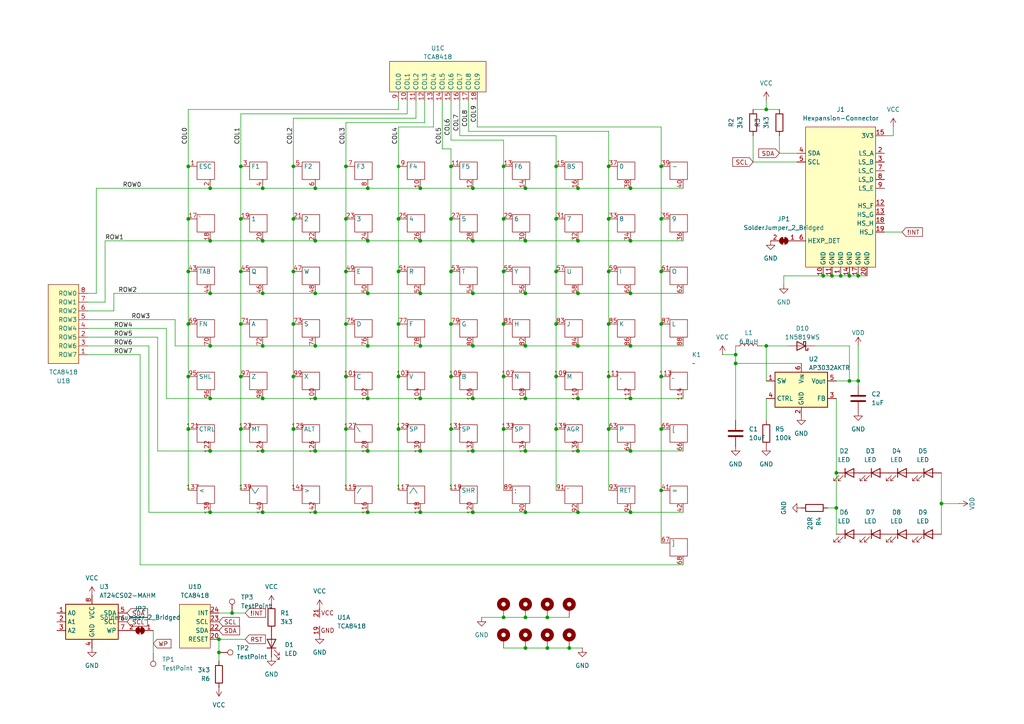
<source format=kicad_sch>
(kicad_sch (version 20250114) (generator "eeschema") (generator_version "9.0")
  (paper "A4")
  (lib_symbols
    (symbol "Connector:TestPoint" (pin_numbers (hide yes)) (pin_names (offset 0.762) (hide yes))
      (property "Reference" "TP" (at 0 6.858 0))
      (property "Value" "TestPoint" (at 0 5.08 0))
      (symbol "TestPoint_1_1"
        (pin passive line (at 0 0 90) (length 2.54) (name "1") (number "1"))
      )
    )
    (symbol "Device:C" (pin_numbers (hide yes)) (pin_names (offset 0.254))
      (property "Reference" "C" (at 0.635 2.54 0))
      (property "Value" "C" (at 0.635 -2.54 0))
      (symbol "C_1_1"
        (pin passive line (at 0 3.81 270) (length 2.794) (name "~") (number "1"))
        (pin passive line (at 0 -3.81 90) (length 2.794) (name "~") (number "2"))
      )
    )
    (symbol "Device:L" (pin_numbers (hide yes)) (pin_names (offset 1.016) (hide yes))
      (property "Reference" "L" (at -1.27 0 90))
      (property "Value" "L" (at 1.905 0 90))
      (symbol "L_1_1"
        (pin passive line (at 0 3.81 270) (length 1.27) (name "1") (number "1"))
        (pin passive line (at 0 -3.81 90) (length 1.27) (name "2") (number "2"))
      )
    )
    (symbol "Device:LED" (pin_numbers (hide yes)) (pin_names (offset 1.016) (hide yes))
      (property "Reference" "D" (at 0 2.54 0))
      (property "Value" "LED" (at 0 -2.54 0))
      (symbol "LED_1_1"
        (pin passive line (at -3.81 0 0) (length 2.54) (name "K") (number "1"))
        (pin passive line (at 3.81 0 180) (length 2.54) (name "A") (number "2"))
      )
    )
    (symbol "Device:R" (pin_numbers (hide yes)) (pin_names (offset 0))
      (property "Reference" "R" (at 2.032 0 90))
      (property "Value" "R" (at 0 0 90))
      (symbol "R_1_1"
        (pin passive line (at 0 3.81 270) (length 1.27) (name "~") (number "1"))
        (pin passive line (at 0 -3.81 90) (length 1.27) (name "~") (number "2"))
      )
    )
    (symbol "Diode:1N5819WS" (pin_numbers (hide yes)) (pin_names (offset 1.016) (hide yes))
      (property "Reference" "D" (at 0 2.54 0))
      (property "Value" "1N5819WS" (at 0 -2.54 0))
      (symbol "1N5819WS_1_1"
        (pin passive line (at -3.81 0 0) (length 2.54) (name "K") (number "1"))
        (pin passive line (at 3.81 0 180) (length 2.54) (name "A") (number "2"))
      )
    )
    (symbol "Driver_LED:AP3019AKTR"
      (property "Reference" "U" (at -7.62 6.35 0))
      (property "Value" "AP3019AKTR" (at 1.27 6.35 0))
      (symbol "AP3019AKTR_1_1"
        (pin input line (at -10.16 2.54 0) (length 2.54) (name "SW") (number "1"))
        (pin input line (at -10.16 -2.54 0) (length 2.54) (name "CTRL") (number "4"))
        (pin power_in line (at 0 7.62 270) (length 2.54) (name "V_{IN}") (number "6"))
        (pin power_in line (at 0 -7.62 90) (length 2.54) (name "GND") (number "2"))
        (pin power_out line (at 10.16 2.54 180) (length 2.54) (name "V_{OUT}") (number "5"))
        (pin input line (at 10.16 -2.54 180) (length 2.54) (name "FB") (number "3"))
      )
    )
    (symbol "Jumper:SolderJumper_2_Bridged" (pin_names (offset 0) (hide yes))
      (property "Reference" "JP" (at 0 2.032 0))
      (property "Value" "SolderJumper_2_Bridged" (at 0 -2.54 0))
      (symbol "SolderJumper_2_Bridged_1_1"
        (pin passive line (at -3.81 0 0) (length 2.54) (name "A") (number "1"))
        (pin passive line (at 3.81 0 180) (length 2.54) (name "B") (number "2"))
      )
    )
    (symbol "LED_1" (pin_numbers (hide yes)) (pin_names (offset 1.016) (hide yes))
      (property "Reference" "D" (at 0 2.54 0))
      (property "Value" "LED" (at 0 -2.54 0))
      (symbol "LED_1_1_1"
        (pin passive line (at -3.81 0 0) (length 2.54) (name "K") (number "1"))
        (pin passive line (at 3.81 0 180) (length 2.54) (name "A") (number "2"))
      )
    )
    (symbol "Mechanical:MountingHole_Pad" (pin_numbers (hide yes)) (pin_names (offset 1.016) (hide yes))
      (property "Reference" "H" (at 0 6.35 0))
      (property "Value" "MountingHole_Pad" (at 0 4.445 0))
      (symbol "MountingHole_Pad_1_1"
        (pin input line (at 0 -2.54 90) (length 2.54) (name "1") (number "1"))
      )
    )
    (symbol "Memory_EEPROM:AT24CS02-MAHM"
      (property "Reference" "U" (at -7.62 6.35 0))
      (property "Value" "AT24CS02-MAHM" (at 2.54 -6.35 0))
      (symbol "AT24CS02-MAHM_1_1"
        (pin input line (at -10.16 2.54 0) (length 2.54) (name "A0") (number "1"))
        (pin input line (at -10.16 0 0) (length 2.54) (name "A1") (number "2"))
        (pin input line (at -10.16 -2.54 0) (length 2.54) (name "A2") (number "3"))
        (pin power_in line (at 0 7.62 270) (length 2.54) (name "VCC") (number "8"))
        (pin power_in line (at 0 -7.62 90) (length 2.54) (name "GND") (number "4"))
        (pin passive line (at 0 -7.62 90) (length 2.54) (hide yes) (name "GND") (number "9"))
        (pin bidirectional line (at 10.16 2.54 180) (length 2.54) (name "SDA") (number "5"))
        (pin input line (at 10.16 0 180) (length 2.54) (name "SCL") (number "6"))
        (pin input line (at 10.16 -2.54 180) (length 2.54) (name "WP") (number "7"))
      )
    )
    (symbol "keyboard:keyboard"
      (property "Reference" "U" (at 2.54 5.08 0))
      (symbol "keyboard_1_1"
        (pin passive line (at -5.08 1.27 0) (length 2.54) (name "ESC") (number "1"))
        (pin passive line (at -5.08 -13.97 0) (length 2.54) (name "`") (number "17"))
        (pin passive line (at -5.08 -29.21 0) (length 2.54) (name "TAB") (number "43"))
        (pin passive line (at -5.08 -44.45 0) (length 2.54) (name "FN") (number "69"))
        (pin passive line (at -5.08 -59.69 0) (length 2.54) (name "SHL") (number "95"))
        (pin passive line (at -5.08 -74.93 0) (length 2.54) (name "CTRL") (number "121"))
        (pin passive line (at -5.08 -92.71 0) (length 2.54) (name "<") (number "137"))
        (pin passive line (at 1.27 -5.08 90) (length 2.54) (name "") (number "2"))
        (pin passive line (at 1.27 -20.32 90) (length 2.54) (name "") (number "18"))
        (pin passive line (at 1.27 -35.56 90) (length 2.54) (name "") (number "44"))
        (pin passive line (at 1.27 -50.8 90) (length 2.54) (name "") (number "70"))
        (pin passive line (at 1.27 -66.04 90) (length 2.54) (name "") (number "96"))
        (pin passive line (at 1.27 -81.28 90) (length 2.54) (name "") (number "122"))
        (pin passive line (at 1.27 -99.06 90) (length 2.54) (name "") (number "138"))
        (pin passive line (at 10.16 1.27 0) (length 2.54) (name "F1") (number "3"))
        (pin passive line (at 10.16 -13.97 0) (length 2.54) (name "1") (number "19"))
        (pin passive line (at 10.16 -29.21 0) (length 2.54) (name "Q") (number "45"))
        (pin passive line (at 10.16 -44.45 0) (length 2.54) (name "A") (number "71"))
        (pin passive line (at 10.16 -59.69 0) (length 2.54) (name "Z") (number "97"))
        (pin passive line (at 10.16 -74.93 0) (length 2.54) (name "MT") (number "123"))
        (pin passive line (at 10.16 -92.71 0) (length 2.54) (name "\\/") (number "139"))
        (pin passive line (at 16.51 -5.08 90) (length 2.54) (name "") (number "4"))
        (pin passive line (at 16.51 -20.32 90) (length 2.54) (name "") (number "20"))
        (pin passive line (at 16.51 -35.56 90) (length 2.54) (name "") (number "46"))
        (pin passive line (at 16.51 -50.8 90) (length 2.54) (name "") (number "72"))
        (pin passive line (at 16.51 -66.04 90) (length 2.54) (name "") (number "98"))
        (pin passive line (at 16.51 -81.28 90) (length 2.54) (name "") (number "124"))
        (pin passive line (at 16.51 -99.06 90) (length 2.54) (name "") (number "140"))
        (pin passive line (at 25.4 1.27 0) (length 2.54) (name "F2") (number "5"))
        (pin passive line (at 25.4 -13.97 0) (length 2.54) (name "2") (number "21"))
        (pin passive line (at 25.4 -29.21 0) (length 2.54) (name "W") (number "47"))
        (pin passive line (at 25.4 -44.45 0) (length 2.54) (name "S") (number "73"))
        (pin passive line (at 25.4 -59.69 0) (length 2.54) (name "X") (number "99"))
        (pin passive line (at 25.4 -74.93 0) (length 2.54) (name "ALT") (number "125"))
        (pin passive line (at 25.4 -92.71 0) (length 2.54) (name ">") (number "141"))
        (pin passive line (at 31.75 -5.08 90) (length 2.54) (name "") (number "6"))
        (pin passive line (at 31.75 -20.32 90) (length 2.54) (name "") (number "22"))
        (pin passive line (at 31.75 -35.56 90) (length 2.54) (name "") (number "48"))
        (pin passive line (at 31.75 -50.8 90) (length 2.54) (name "") (number "74"))
        (pin passive line (at 31.75 -66.04 90) (length 2.54) (name "") (number "100"))
        (pin passive line (at 31.75 -81.28 90) (length 2.54) (name "") (number "126"))
        (pin passive line (at 31.75 -99.06 90) (length 2.54) (name "") (number "142"))
        (pin passive line (at 40.64 1.27 0) (length 2.54) (name "F3") (number "7"))
        (pin passive line (at 40.64 -13.97 0) (length 2.54) (name "3") (number "23"))
        (pin passive line (at 40.64 -29.21 0) (length 2.54) (name "E") (number "49"))
        (pin passive line (at 40.64 -44.45 0) (length 2.54) (name "D") (number "75"))
        (pin passive line (at 40.64 -59.69 0) (length 2.54) (name "C") (number "101"))
        (pin passive line (at 40.64 -74.93 0) (length 2.54) (name "\\") (number "127"))
        (pin passive line (at 40.64 -92.71 0) (length 2.54) (name "/") (number "115"))
        (pin passive line (at 46.99 -5.08 90) (length 2.54) (name "") (number "8"))
        (pin passive line (at 46.99 -20.32 90) (length 2.54) (name "") (number "24"))
        (pin passive line (at 46.99 -35.56 90) (length 2.54) (name "") (number "50"))
        (pin passive line (at 46.99 -50.8 90) (length 2.54) (name "") (number "76"))
        (pin passive line (at 46.99 -66.04 90) (length 2.54) (name "") (number "102"))
        (pin passive line (at 46.99 -81.28 90) (length 2.54) (name "") (number "128"))
        (pin passive line (at 46.99 -99.06 90) (length 2.54) (name "") (number "116"))
        (pin passive line (at 55.88 1.27 0) (length 2.54) (name "F4") (number "9"))
        (pin passive line (at 55.88 -13.97 0) (length 2.54) (name "4") (number "25"))
        (pin passive line (at 55.88 -29.21 0) (length 2.54) (name "R") (number "51"))
        (pin passive line (at 55.88 -44.45 0) (length 2.54) (name "F") (number "77"))
        (pin passive line (at 55.88 -59.69 0) (length 2.54) (name "V") (number "103"))
        (pin passive line (at 55.88 -74.93 0) (length 2.54) (name "SP") (number "129"))
        (pin passive line (at 55.88 -92.71 0) (length 2.54) (name "/\\") (number "117"))
        (pin passive line (at 62.23 -5.08 90) (length 2.54) (name "") (number "10"))
        (pin passive line (at 62.23 -20.32 90) (length 2.54) (name "") (number "26"))
        (pin passive line (at 62.23 -35.56 90) (length 2.54) (name "") (number "52"))
        (pin passive line (at 62.23 -50.8 90) (length 2.54) (name "") (number "78"))
        (pin passive line (at 62.23 -66.04 90) (length 2.54) (name "") (number "104"))
        (pin passive line (at 62.23 -81.28 90) (length 2.54) (name "") (number "130"))
        (pin passive line (at 62.23 -99.06 90) (length 2.54) (name "") (number "118"))
        (pin passive line (at 71.12 1.27 0) (length 2.54) (name "F5") (number "11"))
        (pin passive line (at 71.12 -13.97 0) (length 2.54) (name "5") (number "27"))
        (pin passive line (at 71.12 -29.21 0) (length 2.54) (name "T") (number "53"))
        (pin passive line (at 71.12 -44.45 0) (length 2.54) (name "G") (number "79"))
        (pin tri_state line (at 71.12 -59.69 0) (length 2.54) (name "B") (number "105"))
        (pin passive line (at 71.12 -74.93 0) (length 2.54) (name "SP") (number "131"))
        (pin passive line (at 71.12 -92.71 0) (length 2.54) (name "SHR") (number "119"))
        (pin passive line (at 77.47 -5.08 90) (length 2.54) (name "") (number "12"))
        (pin passive line (at 77.47 -20.32 90) (length 2.54) (name "") (number "28"))
        (pin passive line (at 77.47 -35.56 90) (length 2.54) (name "") (number "54"))
        (pin passive line (at 77.47 -50.8 90) (length 2.54) (name "") (number "80"))
        (pin passive line (at 77.47 -66.04 90) (length 2.54) (name "") (number "106"))
        (pin passive line (at 77.47 -81.28 90) (length 2.54) (name "") (number "132"))
        (pin passive line (at 77.47 -99.06 90) (length 2.54) (name "") (number "120"))
        (pin passive line (at 86.36 1.27 0) (length 2.54) (name "F6") (number "13"))
        (pin passive line (at 86.36 -13.97 0) (length 2.54) (name "6") (number "29"))
        (pin passive line (at 86.36 -29.21 0) (length 2.54) (name "Y") (number "55"))
        (pin passive line (at 86.36 -44.45 0) (length 2.54) (name "H") (number "81"))
        (pin passive line (at 86.36 -59.69 0) (length 2.54) (name "N") (number "107"))
        (pin passive line (at 86.36 -74.93 0) (length 2.54) (name "SP") (number "133"))
        (pin passive line (at 86.36 -92.71 0) (length 2.54) (name ";") (number "89"))
        (pin passive line (at 92.71 -5.08 90) (length 2.54) (name "") (number "14"))
        (pin passive line (at 92.71 -20.32 90) (length 2.54) (name "") (number "30"))
        (pin passive line (at 92.71 -35.56 90) (length 2.54) (name "") (number "56"))
        (pin passive line (at 92.71 -50.8 90) (length 2.54) (name "") (number "82"))
        (pin passive line (at 92.71 -66.04 90) (length 2.54) (name "") (number "108"))
        (pin passive line (at 92.71 -81.28 90) (length 2.54) (name "") (number "134"))
        (pin passive line (at 92.71 -99.06 90) (length 2.54) (name "") (number "90"))
        (pin passive line (at 101.6 1.27 0) (length 2.54) (name "BS") (number "15"))
        (pin passive line (at 101.6 -13.97 0) (length 2.54) (name "7") (number "31"))
        (pin passive line (at 101.6 -29.21 0) (length 2.54) (name "U") (number "57"))
        (pin passive line (at 101.6 -44.45 0) (length 2.54) (name "J") (number "83"))
        (pin passive line (at 101.6 -59.69 0) (length 2.54) (name "M") (number "109"))
        (pin passive line (at 101.6 -74.93 0) (length 2.54) (name "AGR") (number "135"))
        (pin passive line (at 101.6 -92.71 0) (length 2.54) (name "'") (number "91"))
        (pin passive line (at 107.95 -5.08 90) (length 2.54) (name "") (number "16"))
        (pin passive line (at 107.95 -20.32 90) (length 2.54) (name "") (number "32"))
        (pin passive line (at 107.95 -35.56 90) (length 2.54) (name "") (number "58"))
        (pin passive line (at 107.95 -50.8 90) (length 2.54) (name "") (number "84"))
        (pin passive line (at 107.95 -66.04 90) (length 2.54) (name "") (number "110"))
        (pin passive line (at 107.95 -81.28 90) (length 2.54) (name "") (number "136"))
        (pin passive line (at 107.95 -99.06 90) (length 2.54) (name "") (number "92"))
        (pin passive line (at 116.84 1.27 0) (length 2.54) (name "0") (number "37"))
        (pin passive line (at 116.84 -13.97 0) (length 2.54) (name "8") (number "33"))
        (pin passive line (at 116.84 -29.21 0) (length 2.54) (name "I") (number "59"))
        (pin passive line (at 116.84 -44.45 0) (length 2.54) (name "K") (number "85"))
        (pin passive line (at 116.84 -59.69 0) (length 2.54) (name ",") (number "111"))
        (pin passive line (at 116.84 -74.93 0) (length 2.54) (name "P") (number "63"))
        (pin passive line (at 116.84 -92.71 0) (length 2.54) (name "RET") (number "93"))
        (pin passive line (at 123.19 -5.08 90) (length 2.54) (name "") (number "38"))
        (pin passive line (at 123.19 -20.32 90) (length 2.54) (name "") (number "34"))
        (pin passive line (at 123.19 -35.56 90) (length 2.54) (name "") (number "60"))
        (pin passive line (at 123.19 -50.8 90) (length 2.54) (name "") (number "86"))
        (pin passive line (at 123.19 -66.04 90) (length 2.54) (name "") (number "112"))
        (pin passive line (at 123.19 -81.28 90) (length 2.54) (name "") (number "64"))
        (pin passive line (at 123.19 -99.06 90) (length 2.54) (name "") (number "94"))
        (pin passive line (at 132.08 1.27 0) (length 2.54) (name "-") (number "39"))
        (pin passive line (at 132.08 -13.97 0) (length 2.54) (name "9") (number "35"))
        (pin passive line (at 132.08 -29.21 0) (length 2.54) (name "O") (number "61"))
        (pin passive line (at 132.08 -44.45 0) (length 2.54) (name "L") (number "87"))
        (pin passive line (at 132.08 -59.69 0) (length 2.54) (name ".") (number "113"))
        (pin passive line (at 132.08 -74.93 0) (length 2.54) (name "[") (number "65"))
        (pin passive line (at 132.08 -92.71 0) (length 2.54) (name "=") (number "41"))
        (pin passive line (at 132.08 -107.95 0) (length 2.54) (name "]") (number "67"))
        (pin passive line (at 138.43 -5.08 90) (length 2.54) (name "") (number "40"))
        (pin passive line (at 138.43 -20.32 90) (length 2.54) (name "") (number "36"))
        (pin passive line (at 138.43 -35.56 90) (length 2.54) (name "") (number "62"))
        (pin passive line (at 138.43 -50.8 90) (length 2.54) (name "") (number "88"))
        (pin passive line (at 138.43 -66.04 90) (length 2.54) (name "") (number "114"))
        (pin passive line (at 138.43 -81.28 90) (length 2.54) (name "") (number "66"))
        (pin passive line (at 138.43 -99.06 90) (length 2.54) (name "") (number "42"))
        (pin passive line (at 138.43 -114.3 90) (length 2.54) (name "") (number "68"))
      )
    )
    (symbol "power:GND" (power) (pin_numbers (hide yes)) (pin_names (offset 0) (hide yes))
      (property "Value" "GND" (at 0 -3.81 0))
      (symbol "GND_1_1"
        (pin power_in line (at 0 0 270) (length 0) (name "~") (number "1"))
      )
    )
    (symbol "power:VCC" (power) (pin_numbers (hide yes)) (pin_names (offset 0) (hide yes))
      (property "Value" "VCC" (at 0 3.556 0))
      (symbol "VCC_1_1"
        (pin power_in line (at 0 0 90) (length 0) (name "~") (number "1"))
      )
    )
    (symbol "power:VDD" (power) (pin_numbers (hide yes)) (pin_names (offset 0) (hide yes))
      (property "Value" "VDD" (at 0 3.556 0))
      (symbol "VDD_1_1"
        (pin power_in line (at 0 0 90) (length 0) (name "~") (number "1"))
      )
    )
    (symbol "tca8418:TCA8418"
      (property "Reference" "U" (at -10.414 -0.762 0))
      (property "Value" "TCA8418" (at -6.858 -2.794 0))
      (symbol "TCA8418_1_1"
        (text "VCC" (at 2.286 -8.89 0) (effects (font (size 1.27 1.27))))
        (text "GND" (at 2.286 -13.97 0) (effects (font (size 1.27 1.27))))
        (pin power_in line (at 0 -7.62 270) (length 2.54) (name "") (number "21"))
        (pin power_in line (at 0 -15.24 90) (length 2.54) (name "") (number "19"))
      )
      (symbol "TCA8418_2_1"
        (pin input line (at 0 -6.35 180) (length 2.54) (name "ROW7") (number "1"))
        (pin input line (at 0 -8.89 180) (length 2.54) (name "ROW6") (number "3"))
        (pin input line (at 0 -11.43 180) (length 2.54) (name "ROW5") (number "2"))
        (pin input line (at 0 -13.97 180) (length 2.54) (name "ROW4") (number "4"))
        (pin input line (at 0 -16.51 180) (length 2.54) (name "ROW3") (number "5"))
        (pin input line (at 0 -19.05 180) (length 2.54) (name "ROW2") (number "6"))
        (pin input line (at 0 -21.59 180) (length 2.54) (name "ROW1") (number "7"))
        (pin input line (at 0 -24.13 180) (length 2.54) (name "ROW0") (number "8"))
      )
      (symbol "TCA8418_3_1"
        (pin input line (at 0 -6.35 180) (length 2.54) (name "COL9") (number "18"))
        (pin input line (at 0 -8.89 180) (length 2.54) (name "COL8") (number "17"))
        (pin input line (at 0 -11.43 180) (length 2.54) (name "COL7") (number "16"))
        (pin input line (at 0 -13.97 180) (length 2.54) (name "COL6") (number "15"))
        (pin input line (at 0 -16.51 180) (length 2.54) (name "COL5") (number "14"))
        (pin input line (at 0 -19.05 180) (length 2.54) (name "COL4") (number "13"))
        (pin input line (at 0 -21.59 180) (length 2.54) (name "COL3") (number "12"))
        (pin input line (at 0 -24.13 180) (length 2.54) (name "COL2") (number "11"))
        (pin input line (at 0 -26.67 180) (length 2.54) (name "COL1") (number "10"))
        (pin input line (at 0 -29.21 180) (length 2.54) (name "COL0") (number "9"))
      )
      (symbol "TCA8418_4_1"
        (pin input line (at 0 -7.62 180) (length 2.54) (name "INT") (number "24"))
        (pin input line (at 0 -10.16 180) (length 2.54) (name "SCL") (number "23"))
        (pin input line (at 0 -12.7 180) (length 2.54) (name "SDA") (number "22"))
        (pin input line (at 0 -15.24 180) (length 2.54) (name "RESET") (number "20"))
      )
    )
    (symbol "tildagon:hexpansion-edge-connector" (in_bom no)
      (property "Reference" "J" (at -6.35 17.78 0))
      (property "Value" "Hexpansion-Connector" (at 0 21.59 0))
      (symbol "hexpansion-edge-connector_1_1"
        (pin bidirectional line (at -12.7 12.7 0) (length 2.54) (name "SDA") (number "4"))
        (pin output line (at -12.7 10.16 0) (length 2.54) (name "SCL") (number "5"))
        (pin bidirectional line (at -12.7 -12.7 0) (length 2.54) (name "HEXP_DET") (number "6"))
        (pin passive line (at -5.08 -22.86 90) (length 2.54) (name "GND") (number "10"))
        (pin passive line (at -2.54 -22.86 90) (length 2.54) (name "GND") (number "11"))
        (pin power_out line (at 0 -22.86 90) (length 2.54) (name "GND") (number "1"))
        (pin passive line (at 2.54 -22.86 90) (length 2.54) (name "GND") (number "14"))
        (pin passive line (at 5.08 -22.86 90) (length 2.54) (name "GND") (number "17"))
        (pin passive line (at 7.62 -22.86 90) (length 2.54) (name "GND") (number "20"))
        (pin power_out line (at 12.7 17.78 180) (length 2.54) (name "3V3") (number "15"))
        (pin passive line (at 12.7 17.78 180) (length 2.54) (hide yes) (name "3V3") (number "16"))
        (pin bidirectional line (at 12.7 12.7 180) (length 2.54) (name "LS_A") (number "2"))
        (pin bidirectional line (at 12.7 10.16 180) (length 2.54) (name "LS_B") (number "3"))
        (pin bidirectional line (at 12.7 7.62 180) (length 2.54) (name "LS_C") (number "7"))
        (pin bidirectional line (at 12.7 5.08 180) (length 2.54) (name "LS_D") (number "8"))
        (pin bidirectional line (at 12.7 2.54 180) (length 2.54) (name "LS_E") (number "9"))
        (pin bidirectional line (at 12.7 -2.54 180) (length 2.54) (name "HS_F") (number "12"))
        (pin bidirectional line (at 12.7 -5.08 180) (length 2.54) (name "HS_G") (number "13"))
        (pin bidirectional line (at 12.7 -7.62 180) (length 2.54) (name "HS_H") (number "18"))
        (pin bidirectional line (at 12.7 -10.16 180) (length 2.54) (name "HS_I") (number "19"))
      )
    )
  )
  (junction (at 115.57 93.98))
  (junction (at 106.68 148.59))
  (junction (at 158.75 187.96))
  (junction (at 182.88 100.33))
  (junction (at 130.81 48.26))
  (junction (at 85.09 78.74))
  (junction (at 106.68 130.81))
  (junction (at 176.53 63.5))
  (junction (at 54.61 78.74))
  (junction (at 67.31 177.8))
  (junction (at 115.57 78.74))
  (junction (at 60.96 85.09))
  (junction (at 130.81 78.74))
  (junction (at 85.09 124.46))
  (junction (at 91.44 148.59))
  (junction (at 137.16 85.09))
  (junction (at 60.96 148.59))
  (junction (at 222.25 31.75))
  (junction (at 273.05 146.05))
  (junction (at 146.05 179.07))
  (junction (at 241.3 80.01))
  (junction (at 152.4 54.61))
  (junction (at 191.77 93.98))
  (junction (at 167.64 85.09))
  (junction (at 76.2 54.61))
  (junction (at 91.44 69.85))
  (junction (at 191.77 48.26))
  (junction (at 182.88 115.57))
  (junction (at 146.05 78.74))
  (junction (at 165.1 187.96))
  (junction (at 152.4 85.09))
  (junction (at 76.2 69.85))
  (junction (at 161.29 63.5))
  (junction (at 76.2 130.81))
  (junction (at 161.29 48.26))
  (junction (at 248.92 80.01))
  (junction (at 182.88 69.85))
  (junction (at 137.16 148.59))
  (junction (at 115.57 63.5))
  (junction (at 152.4 115.57))
  (junction (at 176.53 93.98))
  (junction (at 191.77 142.24))
  (junction (at 69.85 63.5))
  (junction (at 191.77 63.5))
  (junction (at 54.61 109.22))
  (junction (at 69.85 93.98))
  (junction (at 76.2 100.33))
  (junction (at 146.05 109.22))
  (junction (at 176.53 109.22))
  (junction (at 115.57 124.46))
  (junction (at 76.2 85.09))
  (junction (at 100.33 109.22))
  (junction (at 137.16 69.85))
  (junction (at 54.61 48.26))
  (junction (at 213.36 105.41))
  (junction (at 213.36 102.87))
  (junction (at 100.33 124.46))
  (junction (at 137.16 54.61))
  (junction (at 130.81 124.46))
  (junction (at 106.68 100.33))
  (junction (at 152.4 179.07))
  (junction (at 54.61 93.98))
  (junction (at 69.85 78.74))
  (junction (at 69.85 109.22))
  (junction (at 91.44 130.81))
  (junction (at 100.33 48.26))
  (junction (at 137.16 100.33))
  (junction (at 69.85 124.46))
  (junction (at 106.68 69.85))
  (junction (at 137.16 130.81))
  (junction (at 69.85 48.26))
  (junction (at 146.05 63.5))
  (junction (at 182.88 54.61))
  (junction (at 176.53 78.74))
  (junction (at 106.68 85.09))
  (junction (at 91.44 100.33))
  (junction (at 137.16 115.57))
  (junction (at 222.25 100.33))
  (junction (at 85.09 48.26))
  (junction (at 63.5 189.23))
  (junction (at 167.64 115.57))
  (junction (at 85.09 63.5))
  (junction (at 167.64 54.61))
  (junction (at 146.05 124.46))
  (junction (at 91.44 54.61))
  (junction (at 85.09 109.22))
  (junction (at 248.92 110.49))
  (junction (at 60.96 115.57))
  (junction (at 161.29 93.98))
  (junction (at 85.09 93.98))
  (junction (at 152.4 69.85))
  (junction (at 121.92 115.57))
  (junction (at 242.57 147.32))
  (junction (at 242.57 137.16))
  (junction (at 91.44 85.09))
  (junction (at 100.33 93.98))
  (junction (at 167.64 148.59))
  (junction (at 167.64 69.85))
  (junction (at 191.77 124.46))
  (junction (at 106.68 54.61))
  (junction (at 176.53 48.26))
  (junction (at 106.68 115.57))
  (junction (at 152.4 187.96))
  (junction (at 121.92 100.33))
  (junction (at 152.4 100.33))
  (junction (at 60.96 100.33))
  (junction (at 130.81 93.98))
  (junction (at 161.29 78.74))
  (junction (at 54.61 124.46))
  (junction (at 167.64 130.81))
  (junction (at 182.88 130.81))
  (junction (at 100.33 63.5))
  (junction (at 238.76 80.01))
  (junction (at 60.96 130.81))
  (junction (at 182.88 148.59))
  (junction (at 167.64 100.33))
  (junction (at 76.2 148.59))
  (junction (at 121.92 69.85))
  (junction (at 91.44 115.57))
  (junction (at 158.75 179.07))
  (junction (at 60.96 54.61))
  (junction (at 121.92 130.81))
  (junction (at 130.81 63.5))
  (junction (at 152.4 148.59))
  (junction (at 100.33 78.74))
  (junction (at 146.05 48.26))
  (junction (at 161.29 109.22))
  (junction (at 182.88 85.09))
  (junction (at 121.92 148.59))
  (junction (at 63.5 185.42))
  (junction (at 115.57 48.26))
  (junction (at 152.4 130.81))
  (junction (at 60.96 69.85))
  (junction (at 54.61 63.5))
  (junction (at 191.77 78.74))
  (junction (at 121.92 85.09))
  (junction (at 121.92 54.61))
  (junction (at 115.57 109.22))
  (junction (at 76.2 115.57))
  (junction (at 191.77 109.22))
  (junction (at 146.05 93.98))
  (junction (at 243.84 80.01))
  (junction (at 246.38 80.01))
  (junction (at 176.53 124.46))
  (junction (at 246.38 110.49))
  (junction (at 130.81 109.22))
  (junction (at 161.29 124.46))
  (wire (pts (xy 161.29 109.22) (xy 161.29 93.98)))
  (wire (pts (xy 50.8 100.33) (xy 50.8 92.71)))
  (wire (pts (xy 191.77 78.74) (xy 191.77 63.5)))
  (wire (pts (xy 120.65 34.29) (xy 85.09 34.29)))
  (wire (pts (xy 115.57 78.74) (xy 115.57 63.5)))
  (wire (pts (xy 182.88 85.09) (xy 167.64 85.09)))
  (wire (pts (xy 40.64 102.87) (xy 25.4 102.87)))
  (wire (pts (xy 69.85 109.22) (xy 69.85 93.98)))
  (wire (pts (xy 198.12 115.57) (xy 182.88 115.57)))
  (wire (pts (xy 137.16 148.59) (xy 121.92 148.59)))
  (wire (pts (xy 152.4 100.33) (xy 137.16 100.33)))
  (wire (pts (xy 139.7 179.07) (xy 146.05 179.07)))
  (wire (pts (xy 158.75 179.07) (xy 165.1 179.07)))
  (wire (pts (xy 176.53 48.26) (xy 176.53 38.1)))
  (wire (pts (xy 165.1 187.96) (xy 168.91 187.96)))
  (wire (pts (xy 146.05 124.46) (xy 146.05 109.22)))
  (wire (pts (xy 115.57 93.98) (xy 115.57 78.74)))
  (wire (pts (xy 91.44 100.33) (xy 76.2 100.33)))
  (wire (pts (xy 30.48 87.63) (xy 25.4 87.63)))
  (wire (pts (xy 67.31 177.8) (xy 63.5 177.8)))
  (wire (pts (xy 182.88 130.81) (xy 167.64 130.81)))
  (wire (pts (xy 161.29 78.74) (xy 161.29 63.5)))
  (wire (pts (xy 161.29 124.46) (xy 161.29 109.22)))
  (wire (pts (xy 100.33 35.56) (xy 123.19 35.56)))
  (wire (pts (xy 146.05 142.24) (xy 146.05 124.46)))
  (wire (pts (xy 130.81 63.5) (xy 130.81 48.26)))
  (wire (pts (xy 246.38 110.49) (xy 246.38 100.33)))
  (wire (pts (xy 167.64 115.57) (xy 152.4 115.57)))
  (wire (pts (xy 213.36 105.41) (xy 213.36 102.87)))
  (wire (pts (xy 91.44 115.57) (xy 76.2 115.57)))
  (wire (pts (xy 69.85 93.98) (xy 69.85 78.74)))
  (wire (pts (xy 182.88 54.61) (xy 167.64 54.61)))
  (wire (pts (xy 161.29 48.26) (xy 161.29 39.37)))
  (wire (pts (xy 191.77 36.83) (xy 138.43 36.83)))
  (wire (pts (xy 91.44 54.61) (xy 76.2 54.61)))
  (wire (pts (xy 242.57 137.16) (xy 242.57 147.32)))
  (wire (pts (xy 167.64 54.61) (xy 152.4 54.61)))
  (wire (pts (xy 152.4 187.96) (xy 158.75 187.96)))
  (wire (pts (xy 222.25 121.92) (xy 222.25 115.57)))
  (wire (pts (xy 91.44 130.81) (xy 76.2 130.81)))
  (wire (pts (xy 137.16 130.81) (xy 121.92 130.81)))
  (wire (pts (xy 130.81 48.26) (xy 130.81 43.18)))
  (wire (pts (xy 182.88 115.57) (xy 167.64 115.57)))
  (wire (pts (xy 44.45 189.23) (xy 44.45 182.88)))
  (wire (pts (xy 71.12 185.42) (xy 63.5 185.42)))
  (wire (pts (xy 167.64 69.85) (xy 152.4 69.85)))
  (wire (pts (xy 100.33 124.46) (xy 100.33 109.22)))
  (wire (pts (xy 191.77 157.48) (xy 191.77 142.24)))
  (wire (pts (xy 121.92 54.61) (xy 106.68 54.61)))
  (wire (pts (xy 69.85 33.02) (xy 118.11 33.02)))
  (wire (pts (xy 54.61 48.26) (xy 54.61 31.75)))
  (wire (pts (xy 91.44 148.59) (xy 76.2 148.59)))
  (wire (pts (xy 198.12 148.59) (xy 182.88 148.59)))
  (wire (pts (xy 146.05 179.07) (xy 152.4 179.07)))
  (wire (pts (xy 33.02 85.09) (xy 33.02 90.17)))
  (wire (pts (xy 120.65 29.21) (xy 120.65 34.29)))
  (wire (pts (xy 176.53 93.98) (xy 176.53 78.74)))
  (wire (pts (xy 43.18 148.59) (xy 43.18 100.33)))
  (wire (pts (xy 256.54 67.31) (xy 261.62 67.31)))
  (wire (pts (xy 118.11 33.02) (xy 118.11 29.21)))
  (wire (pts (xy 128.27 43.18) (xy 128.27 29.21)))
  (wire (pts (xy 48.26 115.57) (xy 48.26 95.25)))
  (wire (pts (xy 76.2 148.59) (xy 60.96 148.59)))
  (wire (pts (xy 60.96 148.59) (xy 43.18 148.59)))
  (wire (pts (xy 152.4 130.81) (xy 137.16 130.81)))
  (wire (pts (xy 121.92 148.59) (xy 106.68 148.59)))
  (wire (pts (xy 69.85 48.26) (xy 69.85 33.02)))
  (wire (pts (xy 176.53 109.22) (xy 176.53 93.98)))
  (wire (pts (xy 182.88 69.85) (xy 167.64 69.85)))
  (wire (pts (xy 69.85 142.24) (xy 69.85 124.46)))
  (wire (pts (xy 176.53 38.1) (xy 135.89 38.1)))
  (wire (pts (xy 115.57 63.5) (xy 115.57 48.26)))
  (wire (pts (xy 76.2 85.09) (xy 60.96 85.09)))
  (wire (pts (xy 218.44 31.75) (xy 222.25 31.75)))
  (wire (pts (xy 76.2 69.85) (xy 60.96 69.85)))
  (wire (pts (xy 146.05 187.96) (xy 152.4 187.96)))
  (wire (pts (xy 246.38 100.33) (xy 236.22 100.33)))
  (wire (pts (xy 133.35 39.37) (xy 133.35 29.21)))
  (wire (pts (xy 227.33 80.01) (xy 227.33 82.55)))
  (wire (pts (xy 251.46 80.01) (xy 248.92 80.01)))
  (wire (pts (xy 69.85 124.46) (xy 69.85 109.22)))
  (wire (pts (xy 91.44 69.85) (xy 76.2 69.85)))
  (wire (pts (xy 63.5 191.77) (xy 63.5 189.23)))
  (wire (pts (xy 125.73 36.83) (xy 125.73 29.21)))
  (wire (pts (xy 106.68 100.33) (xy 91.44 100.33)))
  (wire (pts (xy 198.12 100.33) (xy 182.88 100.33)))
  (wire (pts (xy 137.16 85.09) (xy 121.92 85.09)))
  (wire (pts (xy 60.96 115.57) (xy 48.26 115.57)))
  (wire (pts (xy 191.77 124.46) (xy 191.77 109.22)))
  (wire (pts (xy 182.88 148.59) (xy 167.64 148.59)))
  (wire (pts (xy 115.57 48.26) (xy 115.57 36.83)))
  (wire (pts (xy 130.81 43.18) (xy 128.27 43.18)))
  (wire (pts (xy 222.25 29.21) (xy 222.25 31.75)))
  (wire (pts (xy 85.09 124.46) (xy 85.09 142.24)))
  (wire (pts (xy 167.64 148.59) (xy 152.4 148.59)))
  (wire (pts (xy 167.64 100.33) (xy 152.4 100.33)))
  (wire (pts (xy 106.68 85.09) (xy 91.44 85.09)))
  (wire (pts (xy 191.77 109.22) (xy 191.77 93.98)))
  (wire (pts (xy 146.05 78.74) (xy 146.05 63.5)))
  (wire (pts (xy 60.96 130.81) (xy 45.72 130.81)))
  (wire (pts (xy 259.08 39.37) (xy 259.08 36.83)))
  (wire (pts (xy 54.61 142.24) (xy 54.61 124.46)))
  (wire (pts (xy 30.48 69.85) (xy 30.48 87.63)))
  (wire (pts (xy 273.05 137.16) (xy 273.05 146.05)))
  (wire (pts (xy 146.05 48.26) (xy 146.05 40.64)))
  (wire (pts (xy 69.85 63.5) (xy 69.85 48.26)))
  (wire (pts (xy 100.33 63.5) (xy 100.33 48.26)))
  (wire (pts (xy 198.12 85.09) (xy 182.88 85.09)))
  (wire (pts (xy 121.92 130.81) (xy 106.68 130.81)))
  (wire (pts (xy 106.68 69.85) (xy 91.44 69.85)))
  (wire (pts (xy 69.85 78.74) (xy 69.85 63.5)))
  (wire (pts (xy 91.44 85.09) (xy 76.2 85.09)))
  (wire (pts (xy 198.12 69.85) (xy 182.88 69.85)))
  (wire (pts (xy 85.09 63.5) (xy 85.09 78.74)))
  (wire (pts (xy 198.12 54.61) (xy 182.88 54.61)))
  (wire (pts (xy 85.09 78.74) (xy 85.09 93.98)))
  (wire (pts (xy 191.77 63.5) (xy 191.77 48.26)))
  (wire (pts (xy 43.18 100.33) (xy 25.4 100.33)))
  (wire (pts (xy 100.33 93.98) (xy 100.33 78.74)))
  (wire (pts (xy 137.16 69.85) (xy 121.92 69.85)))
  (wire (pts (xy 106.68 130.81) (xy 91.44 130.81)))
  (wire (pts (xy 85.09 109.22) (xy 85.09 124.46)))
  (wire (pts (xy 176.53 63.5) (xy 176.53 48.26)))
  (wire (pts (xy 198.12 163.83) (xy 40.64 163.83)))
  (wire (pts (xy 146.05 40.64) (xy 130.81 40.64)))
  (wire (pts (xy 130.81 78.74) (xy 130.81 63.5)))
  (wire (pts (xy 146.05 63.5) (xy 146.05 48.26)))
  (wire (pts (xy 238.76 80.01) (xy 227.33 80.01)))
  (wire (pts (xy 130.81 109.22) (xy 130.81 93.98)))
  (wire (pts (xy 130.81 93.98) (xy 130.81 78.74)))
  (wire (pts (xy 152.4 69.85) (xy 137.16 69.85)))
  (wire (pts (xy 76.2 100.33) (xy 60.96 100.33)))
  (wire (pts (xy 209.55 102.87) (xy 213.36 102.87)))
  (wire (pts (xy 137.16 115.57) (xy 121.92 115.57)))
  (wire (pts (xy 152.4 54.61) (xy 137.16 54.61)))
  (wire (pts (xy 191.77 48.26) (xy 191.77 36.83)))
  (wire (pts (xy 241.3 80.01) (xy 238.76 80.01)))
  (wire (pts (xy 76.2 115.57) (xy 60.96 115.57)))
  (wire (pts (xy 137.16 100.33) (xy 121.92 100.33)))
  (wire (pts (xy 152.4 148.59) (xy 137.16 148.59)))
  (wire (pts (xy 213.36 105.41) (xy 232.41 105.41)))
  (wire (pts (xy 45.72 130.81) (xy 45.72 97.79)))
  (wire (pts (xy 76.2 130.81) (xy 60.96 130.81)))
  (wire (pts (xy 33.02 90.17) (xy 25.4 90.17)))
  (wire (pts (xy 45.72 97.79) (xy 25.4 97.79)))
  (wire (pts (xy 106.68 115.57) (xy 91.44 115.57)))
  (wire (pts (xy 182.88 100.33) (xy 167.64 100.33)))
  (wire (pts (xy 146.05 109.22) (xy 146.05 93.98)))
  (wire (pts (xy 85.09 34.29) (xy 85.09 48.26)))
  (wire (pts (xy 100.33 48.26) (xy 100.33 35.56)))
  (wire (pts (xy 121.92 69.85) (xy 106.68 69.85)))
  (wire (pts (xy 85.09 48.26) (xy 85.09 63.5)))
  (wire (pts (xy 115.57 109.22) (xy 115.57 93.98)))
  (wire (pts (xy 54.61 78.74) (xy 54.61 63.5)))
  (wire (pts (xy 100.33 78.74) (xy 100.33 63.5)))
  (wire (pts (xy 106.68 54.61) (xy 91.44 54.61)))
  (wire (pts (xy 222.25 110.49) (xy 222.25 100.33)))
  (wire (pts (xy 278.13 146.05) (xy 273.05 146.05)))
  (wire (pts (xy 176.53 142.24) (xy 176.53 124.46)))
  (wire (pts (xy 138.43 36.83) (xy 138.43 29.21)))
  (wire (pts (xy 50.8 92.71) (xy 25.4 92.71)))
  (wire (pts (xy 243.84 80.01) (xy 241.3 80.01)))
  (wire (pts (xy 135.89 38.1) (xy 135.89 29.21)))
  (wire (pts (xy 121.92 85.09) (xy 106.68 85.09)))
  (wire (pts (xy 130.81 124.46) (xy 130.81 109.22)))
  (wire (pts (xy 54.61 31.75) (xy 115.57 31.75)))
  (wire (pts (xy 130.81 124.46) (xy 130.81 142.24)))
  (wire (pts (xy 100.33 142.24) (xy 100.33 124.46)))
  (wire (pts (xy 27.94 54.61) (xy 27.94 85.09)))
  (wire (pts (xy 242.57 147.32) (xy 242.57 154.94)))
  (wire (pts (xy 220.98 100.33) (xy 222.25 100.33)))
  (wire (pts (xy 176.53 124.46) (xy 176.53 109.22)))
  (wire (pts (xy 167.64 85.09) (xy 152.4 85.09)))
  (wire (pts (xy 191.77 142.24) (xy 191.77 124.46)))
  (wire (pts (xy 198.12 130.81) (xy 182.88 130.81)))
  (wire (pts (xy 231.14 46.99) (xy 218.44 46.99)))
  (wire (pts (xy 246.38 80.01) (xy 243.84 80.01)))
  (wire (pts (xy 115.57 142.24) (xy 115.57 124.46)))
  (wire (pts (xy 137.16 54.61) (xy 121.92 54.61)))
  (wire (pts (xy 60.96 69.85) (xy 30.48 69.85)))
  (wire (pts (xy 158.75 187.96) (xy 165.1 187.96)))
  (wire (pts (xy 76.2 54.61) (xy 60.96 54.61)))
  (wire (pts (xy 60.96 85.09) (xy 33.02 85.09)))
  (wire (pts (xy 85.09 93.98) (xy 85.09 109.22)))
  (wire (pts (xy 161.29 93.98) (xy 161.29 78.74)))
  (wire (pts (xy 231.14 44.45) (xy 226.06 44.45)))
  (wire (pts (xy 222.25 100.33) (xy 228.6 100.33)))
  (wire (pts (xy 246.38 110.49) (xy 248.92 110.49)))
  (wire (pts (xy 121.92 115.57) (xy 106.68 115.57)))
  (wire (pts (xy 161.29 39.37) (xy 133.35 39.37)))
  (wire (pts (xy 240.03 147.32) (xy 242.57 147.32)))
  (wire (pts (xy 54.61 93.98) (xy 54.61 78.74)))
  (wire (pts (xy 115.57 36.83) (xy 125.73 36.83)))
  (wire (pts (xy 48.26 95.25) (xy 25.4 95.25)))
  (wire (pts (xy 222.25 31.75) (xy 226.06 31.75)))
  (wire (pts (xy 213.36 102.87) (xy 213.36 100.33)))
  (wire (pts (xy 60.96 100.33) (xy 50.8 100.33)))
  (wire (pts (xy 256.54 39.37) (xy 259.08 39.37)))
  (wire (pts (xy 226.06 39.37) (xy 226.06 44.45)))
  (wire (pts (xy 152.4 179.07) (xy 158.75 179.07)))
  (wire (pts (xy 248.92 80.01) (xy 246.38 80.01)))
  (wire (pts (xy 242.57 110.49) (xy 246.38 110.49)))
  (wire (pts (xy 130.81 40.64) (xy 130.81 29.21)))
  (wire (pts (xy 146.05 93.98) (xy 146.05 78.74)))
  (wire (pts (xy 115.57 124.46) (xy 115.57 109.22)))
  (wire (pts (xy 176.53 78.74) (xy 176.53 63.5)))
  (wire (pts (xy 248.92 110.49) (xy 248.92 111.76)))
  (wire (pts (xy 248.92 110.49) (xy 248.92 100.33)))
  (wire (pts (xy 273.05 146.05) (xy 273.05 154.94)))
  (wire (pts (xy 54.61 124.46) (xy 54.61 109.22)))
  (wire (pts (xy 54.61 109.22) (xy 54.61 93.98)))
  (wire (pts (xy 115.57 31.75) (xy 115.57 29.21)))
  (wire (pts (xy 191.77 93.98) (xy 191.77 78.74)))
  (wire (pts (xy 60.96 54.61) (xy 27.94 54.61)))
  (wire (pts (xy 152.4 115.57) (xy 137.16 115.57)))
  (wire (pts (xy 27.94 85.09) (xy 25.4 85.09)))
  (wire (pts (xy 71.12 177.8) (xy 67.31 177.8)))
  (wire (pts (xy 121.92 100.33) (xy 106.68 100.33)))
  (wire (pts (xy 152.4 85.09) (xy 137.16 85.09)))
  (wire (pts (xy 123.19 35.56) (xy 123.19 29.21)))
  (wire (pts (xy 161.29 63.5) (xy 161.29 48.26)))
  (wire (pts (xy 40.64 163.83) (xy 40.64 102.87)))
  (wire (pts (xy 242.57 115.57) (xy 242.57 137.16)))
  (wire (pts (xy 54.61 63.5) (xy 54.61 48.26)))
  (wire (pts (xy 218.44 46.99) (xy 218.44 39.37)))
  (wire (pts (xy 106.68 148.59) (xy 91.44 148.59)))
  (wire (pts (xy 161.29 142.24) (xy 161.29 124.46)))
  (wire (pts (xy 100.33 109.22) (xy 100.33 93.98)))
  (wire (pts (xy 213.36 105.41) (xy 213.36 121.92)))
  (wire (pts (xy 167.64 130.81) (xy 152.4 130.81)))
  (wire (pts (xy 63.5 189.23) (xy 63.5 185.42)))
  (label "COL9" (at 138.43 35.56 90))
  (label "COL4" (at 115.57 41.91 90))
  (label "ROW2" (at 34.29 85.09 0))
  (label "ROW7" (at 33.02 102.87 0))
  (label "ROW1" (at 30.48 69.85 0))
  (label "ROW5" (at 33.02 97.79 0))
  (label "ROW4" (at 33.02 95.25 0))
  (label "COL1" (at 69.85 41.91 90))
  (label "COL5" (at 128.27 41.91 90))
  (label "COL3" (at 100.33 41.91 90))
  (label "ROW0" (at 35.56 54.61 0))
  (label "ROW3" (at 38.1 92.71 0))
  (label "COL8" (at 135.89 36.83 90))
  (label "COL6" (at 130.81 39.37 90))
  (label "COL7" (at 133.35 38.1 90))
  (label "COL2" (at 85.09 41.91 90))
  (label "ROW6" (at 33.02 100.33 0))
  (label "COL0" (at 54.61 41.91 90))
  (global_label "!INT" (shape input) (at 71.12 177.8 0) (property "Intersheetrefs" "${INTERSHEET_REFS}" (effects (hide yes))))
  (global_label "SDA" (shape input) (at 226.06 44.45 180) (property "Intersheetrefs" "${INTERSHEET_REFS}" (effects (hide yes))))
  (global_label "SDA" (shape input) (at 36.83 177.8 0) (property "Intersheetrefs" "${INTERSHEET_REFS}" (effects (hide yes))))
  (global_label "SCL" (shape input) (at 218.44 46.99 180) (property "Intersheetrefs" "${INTERSHEET_REFS}" (effects (hide yes))))
  (global_label "SDA" (shape input) (at 63.5 182.88 0) (property "Intersheetrefs" "${INTERSHEET_REFS}" (effects (hide yes))))
  (global_label "SCL" (shape input) (at 63.5 180.34 0) (property "Intersheetrefs" "${INTERSHEET_REFS}" (effects (hide yes))))
  (global_label "RST" (shape input) (at 71.12 185.42 0) (property "Intersheetrefs" "${INTERSHEET_REFS}" (effects (hide yes))))
  (global_label "!INT" (shape input) (at 261.62 67.31 0) (property "Intersheetrefs" "${INTERSHEET_REFS}" (effects (hide yes))))
  (global_label "WP" (shape input) (at 44.45 186.69 0) (property "Intersheetrefs" "${INTERSHEET_REFS}" (effects (hide yes))))
  (global_label "SCL" (shape input) (at 36.83 180.34 0) (property "Intersheetrefs" "${INTERSHEET_REFS}" (effects (hide yes))))
  (symbol (lib_id "power:GND") (at 232.41 147.32 270) (mirror x) (unit 1)
    (property "Reference" "#PWR013" (effects (hide yes)))
    (property "Value" "GND" (at 227.33 147.32 0))
    (property "Description" "Power symbol creates a global label with name \"GND\" , ground" (effects (hide yes)))
  )
  (symbol (lib_id "Device:R") (at 78.74 179.07 180) (unit 1)
    (property "Reference" "R1" (at 81.28 177.7999 0) (effects (justify right)))
    (property "Value" "3k3" (at 81.28 180.3399 0) (effects (justify right)))
    (property "Footprint" "Resistor_SMD:R_0603_1608Metric_Pad0.98x0.95mm_HandSolder" (effects (hide yes)))
  )
  (symbol (lib_id "Device:R") (at 222.25 125.73 0) (unit 1)
    (property "Reference" "R5" (at 224.79 124.4599 0) (effects (justify left)))
    (property "Value" "100k" (at 224.79 126.9999 0) (effects (justify left)))
    (property "Footprint" "Resistor_SMD:R_0603_1608Metric_Pad0.98x0.95mm_HandSolder" (effects (hide yes)))
    (property "Description" "Resistor" (effects (hide yes)))
  )
  (symbol (lib_id "Connector:TestPoint") (at 44.45 189.23 180) (unit 1)
    (property "Reference" "TP1" (at 46.99 191.2619 0) (effects (justify right)))
    (property "Value" "TestPoint" (at 46.99 193.8019 0) (effects (justify right)))
    (property "Footprint" "TestPoint:TestPoint_Pad_D1.5mm" (effects (hide yes)))
    (property "Description" "test point" (effects (hide yes)))
  )
  (symbol (lib_name "LED_1") (lib_id "Device:LED") (at 246.38 154.94 0) (unit 1)
    (property "Reference" "D6" (at 244.7925 148.59 0))
    (property "Value" "LED" (at 244.7925 151.13 0))
    (property "Footprint" "keyboard_leds:LTW-010DCG" (effects (hide yes)))
    (property "Description" "Light emitting diode" (effects (hide yes)))
    (property "Sim.Pins" "1=K 2=A" (effects (hide yes)))
    (property "CN" "C575429" (effects (hide yes)))
    (property "LCSC" "C575429" (effects (hide yes)))
  )
  (symbol (lib_id "Jumper:SolderJumper_2_Bridged") (at 40.64 182.88 0) (mirror y) (unit 1)
    (property "Reference" "JP2" (at 40.64 176.53 0))
    (property "Value" "SolderJumper_2_Bridged" (at 40.64 179.07 0))
    (property "Footprint" "Jumper:SolderJumper-2_P1.3mm_Bridged_RoundedPad1.0x1.5mm" (effects (hide yes)))
  )
  (symbol (lib_id "tca8418:TCA8418") (at 92.71 168.91 0) (unit 1)
    (property "Reference" "U1" (at 97.79 179.0699 0) (effects (justify left)))
    (property "Value" "TCA8418" (at 97.79 181.6099 0) (effects (justify left)))
    (property "Footprint" "TCA8418RTWR:QFN50P400X400X80-25N" (effects (hide yes)))
    (property "Datasheet" "kicad-embed://tca8418.pdf" (effects (hide yes)))
  )
  (symbol (lib_id "Diode:1N5819WS") (at 232.41 100.33 180) (unit 1)
    (property "Reference" "D10" (at 232.7275 95.25 0))
    (property "Value" "1N5819WS" (at 232.7275 97.79 0))
    (property "Footprint" "Diode_SMD:D_SOD-323" (effects (hide yes)))
    (property "Datasheet" "https://datasheet.lcsc.com/lcsc/2204281430_Guangdong-Hottech-1N5819WS_C191023.pdf" (effects (hide yes)))
    (property "Description" "40V 600mV@1A 1A SOD-323 Schottky Barrier Diodes, SOD-323" (effects (hide yes)))
  )
  (symbol (lib_id "power:VCC") (at 78.74 175.26 0) (unit 1)
    (property "Reference" "#PWR08" (effects (hide yes)))
    (property "Value" "VCC" (at 78.74 170.18 0))
    (property "Description" "Power symbol creates a global label with name \"VCC\"" (effects (hide yes)))
  )
  (symbol (lib_id "power:VDD") (at 278.13 146.05 270) (unit 1)
    (property "Reference" "#PWR017" (effects (hide yes)))
    (property "Value" "VDD" (at 281.94 146.05 0))
    (property "Description" "Power symbol creates a global label with name \"VDD\"" (effects (hide yes)))
  )
  (symbol (lib_id "power:GND") (at 139.7 179.07 0) (unit 1)
    (property "Reference" "#PWR01" (effects (hide yes)))
    (property "Value" "GND" (at 139.7 184.15 0))
    (property "Description" "Power symbol creates a global label with name \"GND\" , ground" (effects (hide yes)))
  )
  (symbol (lib_id "power:VDD") (at 248.92 100.33 0) (unit 1)
    (property "Reference" "#PWR018" (effects (hide yes)))
    (property "Value" "VDD" (at 248.92 96.52 0))
    (property "Description" "Power symbol creates a global label with name \"VDD\"" (effects (hide yes)))
  )
  (symbol (lib_id "Mechanical:MountingHole_Pad") (at 146.05 185.42 0) (unit 1)
    (property "Reference" "H5" (effects (hide yes)))
    (property "Value" "MountingHole_Pad" (effects (hide yes)))
    (property "Footprint" "MountingHole:MountingHole_2.2mm_M2_Pad_Via" (effects (hide yes)))
    (property "Datasheet" "SMTSO2020CTJ" (effects (hide yes)))
    (property "LCSC" "C2915626" (effects (hide yes)))
  )
  (symbol (lib_name "LED_1") (lib_id "Device:LED") (at 269.24 137.16 0) (unit 1)
    (property "Reference" "D5" (at 267.6525 130.81 0))
    (property "Value" "LED" (at 267.6525 133.35 0))
    (property "Footprint" "keyboard_leds:LTW-010DCG" (effects (hide yes)))
    (property "Description" "Light emitting diode" (effects (hide yes)))
    (property "Sim.Pins" "1=K 2=A" (effects (hide yes)))
    (property "CN" "C575429" (effects (hide yes)))
    (property "LCSC" "C575429" (effects (hide yes)))
  )
  (symbol (lib_id "Device:L") (at 217.17 100.33 90) (unit 1)
    (property "Reference" "L1" (at 217.17 96.52 90))
    (property "Value" "6.8uH" (at 217.17 99.06 90))
    (property "Footprint" "Inductor_SMD:L_0603_1608Metric_Pad1.05x0.95mm_HandSolder" (effects (hide yes)))
    (property "Description" "Inductor" (effects (hide yes)))
  )
  (symbol (lib_id "Mechanical:MountingHole_Pad") (at 158.75 176.53 0) (unit 1)
    (property "Reference" "H3" (effects (hide yes)))
    (property "Value" "MountingHole_Pad" (effects (hide yes)))
    (property "Footprint" "MountingHole:MountingHole_2.2mm_M2_Pad_Via" (effects (hide yes)))
  )
  (symbol (lib_name "LED_1") (lib_id "Device:LED") (at 261.62 137.16 0) (unit 1)
    (property "Reference" "D4" (at 260.0325 130.81 0))
    (property "Value" "LED" (at 260.0325 133.35 0))
    (property "Footprint" "keyboard_leds:LTW-010DCG" (effects (hide yes)))
    (property "Description" "Light emitting diode" (effects (hide yes)))
    (property "Sim.Pins" "1=K 2=A" (effects (hide yes)))
    (property "CN" "C575429" (effects (hide yes)))
    (property "LCSC" "C575429" (effects (hide yes)))
  )
  (symbol (lib_id "Mechanical:MountingHole_Pad") (at 146.05 176.53 0) (unit 1)
    (property "Reference" "H1" (effects (hide yes)))
    (property "Value" "MountingHole_Pad" (effects (hide yes)))
    (property "Footprint" "MountingHole:MountingHole_2.2mm_M2_Pad_Via" (effects (hide yes)))
  )
  (symbol (lib_id "Device:LED") (at 78.74 186.69 90) (unit 1)
    (property "Reference" "D1" (at 82.55 187.0074 90) (effects (justify right)))
    (property "Value" "LED" (at 82.55 189.5474 90) (effects (justify right)))
    (property "Footprint" "LED_SMD:LED_0603_1608Metric_Pad1.05x0.95mm_HandSolder" (effects (hide yes)))
  )
  (symbol (lib_id "Connector:TestPoint") (at 63.5 189.23 270) (unit 1)
    (property "Reference" "TP2" (at 68.58 187.9599 90) (effects (justify left)))
    (property "Value" "TestPoint" (at 68.58 190.4999 90) (effects (justify left)))
    (property "Footprint" "TestPoint:TestPoint_Pad_D1.5mm" (effects (hide yes)))
    (property "Description" "test point" (effects (hide yes)))
  )
  (symbol (lib_id "power:GND") (at 232.41 120.65 0) (mirror y) (unit 1)
    (property "Reference" "#PWR019" (effects (hide yes)))
    (property "Value" "GND" (at 232.41 125.73 0))
    (property "Description" "Power symbol creates a global label with name \"GND\" , ground" (effects (hide yes)))
  )
  (symbol (lib_name "LED_1") (lib_id "Device:LED") (at 269.24 154.94 0) (unit 1)
    (property "Reference" "D9" (at 267.6525 148.59 0))
    (property "Value" "LED" (at 267.6525 151.13 0))
    (property "Footprint" "keyboard_leds:LTW-010DCG" (effects (hide yes)))
    (property "Description" "Light emitting diode" (effects (hide yes)))
    (property "Sim.Pins" "1=K 2=A" (effects (hide yes)))
    (property "CN" "C575429" (effects (hide yes)))
    (property "LCSC" "C575429" (effects (hide yes)))
  )
  (symbol (lib_id "power:GND") (at 168.91 187.96 0) (unit 1)
    (property "Reference" "#PWR012" (effects (hide yes)))
    (property "Value" "GND" (at 168.91 193.04 0))
    (property "Description" "Power symbol creates a global label with name \"GND\" , ground" (effects (hide yes)))
  )
  (symbol (lib_id "keyboard:keyboard") (at 59.69 49.53 0) (unit 1)
    (property "Reference" "K1" (at 200.66 102.8699 0) (effects (justify left)))
    (property "Value" "~" (at 200.66 105.4099 0) (effects (justify left)))
    (property "Footprint" "keyboard:keyboard_arturo182" (effects (hide yes)))
  )
  (symbol (lib_id "Device:R") (at 63.5 195.58 0) (unit 1)
    (property "Reference" "R6" (at 60.96 196.8501 0) (effects (justify right)))
    (property "Value" "3k3" (at 60.96 194.3101 0) (effects (justify right)))
    (property "Footprint" "Resistor_SMD:R_0603_1608Metric_Pad0.98x0.95mm_HandSolder" (effects (hide yes)))
  )
  (symbol (lib_id "power:GND") (at 78.74 190.5 0) (mirror y) (unit 1)
    (property "Reference" "#PWR09" (effects (hide yes)))
    (property "Value" "GND" (at 78.74 195.58 0))
    (property "Description" "Power symbol creates a global label with name \"GND\" , ground" (effects (hide yes)))
  )
  (symbol (lib_name "LED_1") (lib_id "Device:LED") (at 261.62 154.94 0) (unit 1)
    (property "Reference" "D8" (at 260.0325 148.59 0))
    (property "Value" "LED" (at 260.0325 151.13 0))
    (property "Footprint" "keyboard_leds:LTW-010DCG" (effects (hide yes)))
    (property "Description" "Light emitting diode" (effects (hide yes)))
    (property "Sim.Pins" "1=K 2=A" (effects (hide yes)))
    (property "CN" "C575429" (effects (hide yes)))
    (property "LCSC" "C575429" (effects (hide yes)))
  )
  (symbol (lib_id "Connector:TestPoint") (at 67.31 177.8 0) (unit 1)
    (property "Reference" "TP3" (at 69.85 173.2279 0) (effects (justify left)))
    (property "Value" "TestPoint" (at 69.85 175.7679 0) (effects (justify left)))
    (property "Footprint" "TestPoint:TestPoint_Pad_D1.5mm" (effects (hide yes)))
    (property "Description" "test point" (effects (hide yes)))
  )
  (symbol (lib_id "Driver_LED:AP3019AKTR") (at 232.41 113.03 0) (unit 1)
    (property "Reference" "U2" (at 234.5533 104.14 0) (effects (justify left)))
    (property "Value" "AP3032AKTR" (at 234.5533 106.68 0) (effects (justify left)))
    (property "Footprint" "Package_TO_SOT_SMD:SOT-23-6" (effects (hide yes)))
    (property "Datasheet" "https://www.diodes.com/assets/Datasheets/AP3032A.pdf" (effects (hide yes)))
    (property "Description" "1.2MHz White LED Boost Drivers with Built-in Schottky, 2.5..16Vin, <30Vout, SOT-23-6" (effects (hide yes)))
    (property "CN" "C264086" (effects (hide yes)))
    (property "LCSC" "C264086" (effects (hide yes)))
  )
  (symbol (lib_id "power:VCC") (at 92.71 176.53 0) (unit 1)
    (property "Reference" "#PWR06" (effects (hide yes)))
    (property "Value" "VCC" (at 92.71 171.45 0))
    (property "Description" "Power symbol creates a global label with name \"VCC\"" (effects (hide yes)))
  )
  (symbol (lib_id "Mechanical:MountingHole_Pad") (at 158.75 185.42 0) (unit 1)
    (property "Reference" "H7" (effects (hide yes)))
    (property "Value" "MountingHole_Pad" (effects (hide yes)))
    (property "Footprint" "MountingHole:MountingHole_2.2mm_M2_Pad_Via" (effects (hide yes)))
    (property "Datasheet" "SMTSO2020CTJ" (effects (hide yes)))
    (property "LCSC" "C2915626" (effects (hide yes)))
  )
  (symbol (lib_id "Mechanical:MountingHole_Pad") (at 152.4 176.53 0) (unit 1)
    (property "Reference" "H2" (effects (hide yes)))
    (property "Value" "MountingHole_Pad" (effects (hide yes)))
    (property "Footprint" "MountingHole:MountingHole_2.2mm_M2_Pad_Via" (effects (hide yes)))
  )
  (symbol (lib_id "power:VCC") (at 26.67 172.72 0) (unit 1)
    (property "Reference" "#PWR010" (effects (hide yes)))
    (property "Value" "VCC" (at 26.67 167.64 0))
    (property "Description" "Power symbol creates a global label with name \"VCC\"" (effects (hide yes)))
  )
  (symbol (lib_id "Device:R") (at 226.06 35.56 180) (unit 1)
    (property "Reference" "R3" (at 219.71 35.56 90))
    (property "Value" "3k3" (at 222.25 35.56 90))
    (property "Footprint" "Resistor_SMD:R_0603_1608Metric_Pad0.98x0.95mm_HandSolder" (effects (hide yes)))
  )
  (symbol (lib_id "power:GND") (at 248.92 119.38 0) (mirror y) (unit 1)
    (property "Reference" "#PWR015" (effects (hide yes)))
    (property "Value" "GND" (at 248.92 124.46 0))
    (property "Description" "Power symbol creates a global label with name \"GND\" , ground" (effects (hide yes)))
  )
  (symbol (lib_id "tildagon:hexpansion-edge-connector") (at 243.84 57.15 0) (unit 1) (in_bom no)
    (property "Reference" "J1" (at 243.84 31.75 0))
    (property "Value" "Hexpansion-Connector" (at 243.84 34.29 0))
    (property "Footprint" "tildagon:hexpansion-edge-connector" (effects (hide yes)))
  )
  (symbol (lib_id "power:GND") (at 223.52 69.85 0) (mirror y) (unit 1)
    (property "Reference" "#PWR03" (effects (hide yes)))
    (property "Value" "GND" (at 223.52 74.93 0))
    (property "Description" "Power symbol creates a global label with name \"GND\" , ground" (effects (hide yes)))
  )
  (symbol (lib_id "power:VCC") (at 209.55 102.87 0) (unit 1)
    (property "Reference" "#PWR020" (effects (hide yes)))
    (property "Value" "VCC" (at 209.55 97.79 0))
    (property "Description" "Power symbol creates a global label with name \"VCC\"" (effects (hide yes)))
  )
  (symbol (lib_id "power:GND") (at 92.71 184.15 0) (mirror y) (unit 1)
    (property "Reference" "#PWR07" (effects (hide yes)))
    (property "Value" "GND" (at 92.71 189.23 0))
    (property "Description" "Power symbol creates a global label with name \"GND\" , ground" (effects (hide yes)))
  )
  (symbol (lib_name "LED_1") (lib_id "Device:LED") (at 254 154.94 0) (unit 1)
    (property "Reference" "D7" (at 252.4125 148.59 0))
    (property "Value" "LED" (at 252.4125 151.13 0))
    (property "Footprint" "keyboard_leds:LTW-010DCG" (effects (hide yes)))
    (property "Description" "Light emitting diode" (effects (hide yes)))
    (property "Sim.Pins" "1=K 2=A" (effects (hide yes)))
    (property "CN" "C575429" (effects (hide yes)))
    (property "LCSC" "C575429" (effects (hide yes)))
  )
  (symbol (lib_name "LED_1") (lib_id "Device:LED") (at 254 137.16 0) (unit 1)
    (property "Reference" "D3" (at 252.4125 130.81 0))
    (property "Value" "LED" (at 252.4125 133.35 0))
    (property "Footprint" "keyboard_leds:LTW-010DCG" (effects (hide yes)))
    (property "Description" "Light emitting diode" (effects (hide yes)))
    (property "Sim.Pins" "1=K 2=A" (effects (hide yes)))
    (property "CN" "C575429" (effects (hide yes)))
    (property "LCSC" "C575429" (effects (hide yes)))
  )
  (symbol (lib_name "LED_1") (lib_id "Device:LED") (at 246.38 137.16 0) (unit 1)
    (property "Reference" "D2" (at 244.7925 130.81 0))
    (property "Value" "LED" (at 244.7925 133.35 0))
    (property "Footprint" "keyboard_leds:LTW-010DCG" (effects (hide yes)))
    (property "Description" "Light emitting diode" (effects (hide yes)))
    (property "Sim.Pins" "1=K 2=A" (effects (hide yes)))
    (property "CN" "C575429" (effects (hide yes)))
    (property "LCSC" "C575429" (effects (hide yes)))
  )
  (symbol (lib_id "Mechanical:MountingHole_Pad") (at 152.4 185.42 0) (unit 1)
    (property "Reference" "H6" (effects (hide yes)))
    (property "Value" "MountingHole_Pad" (effects (hide yes)))
    (property "Footprint" "MountingHole:MountingHole_2.2mm_M2_Pad_Via" (effects (hide yes)))
    (property "Datasheet" "SMTSO2020CTJ" (effects (hide yes)))
    (property "LCSC" "C2915626" (effects (hide yes)))
  )
  (symbol (lib_id "Device:C") (at 248.92 115.57 0) (unit 1)
    (property "Reference" "C2" (at 252.73 114.2999 0) (effects (justify left)))
    (property "Value" "1uF" (at 252.73 116.8399 0) (effects (justify left)))
    (property "Footprint" "Capacitor_SMD:C_0603_1608Metric_Pad1.08x0.95mm_HandSolder" (effects (hide yes)))
    (property "Description" "Unpolarized capacitor" (effects (hide yes)))
  )
  (symbol (lib_id "Memory_EEPROM:AT24CS02-MAHM") (at 26.67 180.34 0) (unit 1)
    (property "Reference" "U3" (at 28.8133 170.18 0) (effects (justify left)))
    (property "Value" "AT24CS02-MAHM" (at 28.8133 172.72 0) (effects (justify left)))
    (property "Footprint" "Package_DFN_QFN:DFN-8-1EP_3x2mm_P0.5mm_EP1.3x1.5mm" (effects (hide yes)))
    (property "Datasheet" "http://ww1.microchip.com/downloads/en/DeviceDoc/Atmel-8815-SEEPROM-AT24CS01-02-Datasheet.pdf" (effects (hide yes)))
    (property "Description" "I2C Serial EEPROM, 2Kb (256x8) with Unique Serial Number, UDFN8" (effects (hide yes)))
  )
  (symbol (lib_id "power:GND") (at 222.25 129.54 0) (mirror y) (unit 1)
    (property "Reference" "#PWR014" (effects (hide yes)))
    (property "Value" "GND" (at 222.25 134.62 0))
    (property "Description" "Power symbol creates a global label with name \"GND\" , ground" (effects (hide yes)))
  )
  (symbol (lib_id "power:GND") (at 227.33 82.55 0) (unit 1)
    (property "Reference" "#PWR02" (effects (hide yes)))
    (property "Value" "GND" (at 227.33 87.63 0))
    (property "Description" "Power symbol creates a global label with name \"GND\" , ground" (effects (hide yes)))
  )
  (symbol (lib_id "power:VCC") (at 222.25 29.21 0) (unit 1)
    (property "Reference" "#PWR04" (effects (hide yes)))
    (property "Value" "VCC" (at 222.25 24.13 0))
    (property "Description" "Power symbol creates a global label with name \"VCC\"" (effects (hide yes)))
  )
  (symbol (lib_id "tca8418:TCA8418") (at 63.5 170.18 0) (unit 4)
    (property "Reference" "U1" (at 56.515 170.18 0))
    (property "Value" "TCA8418" (at 56.515 172.72 0))
    (property "Footprint" "TCA8418RTWR:QFN50P400X400X80-25N" (effects (hide yes)))
    (property "Datasheet" "kicad-embed://tca8418.pdf" (effects (hide yes)))
  )
  (symbol (lib_id "power:VCC") (at 259.08 36.83 0) (unit 1)
    (property "Reference" "#PWR05" (effects (hide yes)))
    (property "Value" "VCC" (at 259.08 31.75 0))
    (property "Description" "Power symbol creates a global label with name \"VCC\"" (effects (hide yes)))
  )
  (symbol (lib_id "Device:R") (at 236.22 147.32 270) (unit 1)
    (property "Reference" "R4" (at 237.4901 149.86 0) (effects (justify left)))
    (property "Value" "20R" (at 234.9501 149.86 0) (effects (justify left)))
    (property "Footprint" "Resistor_SMD:R_0603_1608Metric_Pad0.98x0.95mm_HandSolder" (effects (hide yes)))
    (property "Description" "Resistor" (effects (hide yes)))
  )
  (symbol (lib_id "Device:R") (at 218.44 35.56 180) (unit 1)
    (property "Reference" "R2" (at 212.09 35.56 90))
    (property "Value" "3k3" (at 214.63 35.56 90))
    (property "Footprint" "Resistor_SMD:R_0603_1608Metric_Pad0.98x0.95mm_HandSolder" (effects (hide yes)))
  )
  (symbol (lib_id "power:GND") (at 213.36 129.54 0) (mirror y) (unit 1)
    (property "Reference" "#PWR016" (effects (hide yes)))
    (property "Value" "GND" (at 213.36 134.62 0))
    (property "Description" "Power symbol creates a global label with name \"GND\" , ground" (effects (hide yes)))
  )
  (symbol (lib_id "Device:C") (at 213.36 125.73 0) (unit 1)
    (property "Reference" "C1" (at 217.17 124.4599 0) (effects (justify left)))
    (property "Value" "10uF" (at 217.17 126.9999 0) (effects (justify left)))
    (property "Footprint" "Capacitor_SMD:C_0603_1608Metric_Pad1.08x0.95mm_HandSolder" (effects (hide yes)))
    (property "Description" "Unpolarized capacitor" (effects (hide yes)))
  )
  (symbol (lib_id "tca8418:TCA8418") (at 25.4 109.22 0) (mirror x) (unit 2)
    (property "Reference" "U1" (at 18.415 110.49 0))
    (property "Value" "TCA8418" (at 18.415 107.95 0))
    (property "Footprint" "TCA8418RTWR:QFN50P400X400X80-25N" (effects (hide yes)))
    (property "Datasheet" "kicad-embed://tca8418.pdf" (effects (hide yes)))
  )
  (symbol (lib_id "tca8418:TCA8418") (at 144.78 29.21 270) (unit 3)
    (property "Reference" "U1" (at 127 13.97 90))
    (property "Value" "TCA8418" (at 127 16.51 90))
    (property "Footprint" "TCA8418RTWR:QFN50P400X400X80-25N" (effects (hide yes)))
    (property "Datasheet" "kicad-embed://tca8418.pdf" (effects (hide yes)))
  )
  (symbol (lib_id "power:GND") (at 26.67 187.96 0) (mirror y) (unit 1)
    (property "Reference" "#PWR011" (effects (hide yes)))
    (property "Value" "GND" (at 26.67 193.04 0))
    (property "Description" "Power symbol creates a global label with name \"GND\" , ground" (effects (hide yes)))
  )
  (symbol (lib_id "Jumper:SolderJumper_2_Bridged") (at 227.33 69.85 0) (mirror y) (unit 1)
    (property "Reference" "JP1" (at 227.33 63.5 0))
    (property "Value" "SolderJumper_2_Bridged" (at 227.33 66.04 0))
    (property "Footprint" "Jumper:SolderJumper-2_P1.3mm_Bridged_RoundedPad1.0x1.5mm" (effects (hide yes)))
  )
  (symbol (lib_id "Mechanical:MountingHole_Pad") (at 165.1 176.53 0) (unit 1)
    (property "Reference" "H4" (effects (hide yes)))
    (property "Value" "MountingHole_Pad" (effects (hide yes)))
    (property "Footprint" "MountingHole:MountingHole_2.2mm_M2_Pad_Via" (effects (hide yes)))
  )
  (symbol (lib_id "Mechanical:MountingHole_Pad") (at 165.1 185.42 0) (unit 1)
    (property "Reference" "H8" (effects (hide yes)))
    (property "Value" "MountingHole_Pad" (effects (hide yes)))
    (property "Footprint" "MountingHole:MountingHole_2.2mm_M2_Pad_Via" (effects (hide yes)))
    (property "Datasheet" "SMTSO2020CTJ" (effects (hide yes)))
    (property "LCSC" "C2915626" (effects (hide yes)))
  )
  (symbol (lib_id "power:VCC") (at 63.5 199.39 180) (unit 1)
    (property "Reference" "#PWR021" (effects (hide yes)))
    (property "Value" "VCC" (at 63.5 204.47 0))
    (property "Description" "Power symbol creates a global label with name \"VCC\"" (effects (hide yes)))
  )
)
</source>
